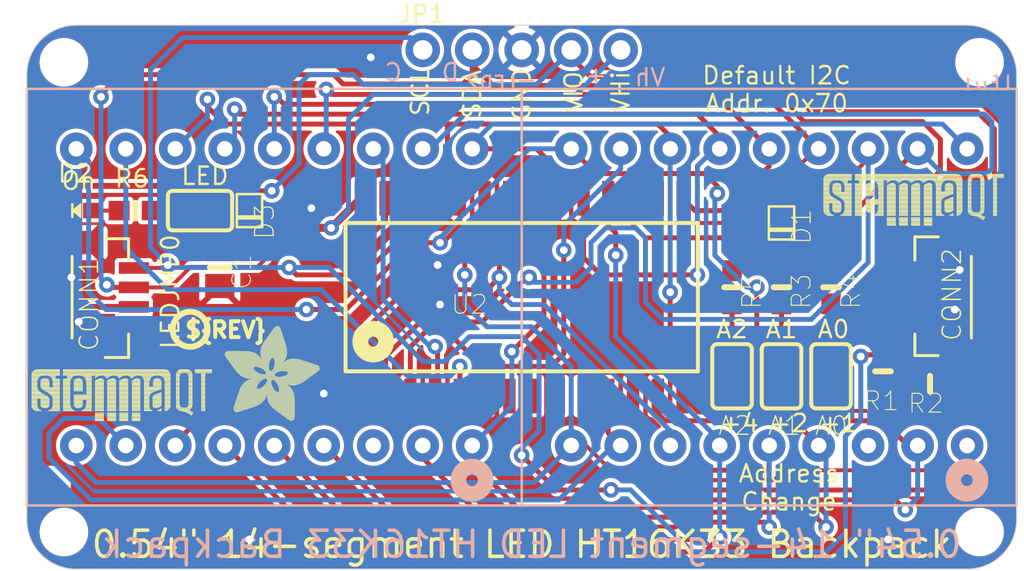
<source format=kicad_pcb>
(kicad_pcb (version 20221018) (generator pcbnew)
  (layers (0 "F.Cu" signal) (1 "In1.Cu" signal) (2 "In2.Cu" signal) (3 "In3.Cu" signal) (4 "In4.Cu" signal) (5 "In5.Cu" signal) (6 "In6.Cu" signal) (7 "In7.Cu" signal) (8 "In8.Cu" signal) (9 "In9.Cu" signal) (10 "In10.Cu" signal) (11 "In11.Cu" signal) (12 "In12.Cu" signal) (13 "In13.Cu" signal) (14 "In14.Cu" signal) (31 "B.Cu" signal) (34 "B.Paste" user) (35 "F.Paste" user) (36 "B.SilkS" user "B.Silkscreen") (37 "F.SilkS" user "F.Silkscreen") (38 "B.Mask" user) (39 "F.Mask" user) (44 "Edge.Cuts" user))
  (net 0 "")
  (net 1 "GND")
  (net 2 "N$19")
  (net 3 "N$20")
  (net 4 "A1")
  (net 5 "COM0")
  (net 6 "N$10")
  (net 7 "N$11")
  (net 8 "N$12")
  (net 9 "N$13")
  (net 10 "N$16")
  (net 11 "A0")
  (net 12 "A2")
  (net 13 "SDA")
  (net 14 "SCL")
  (net 15 "N$1")
  (net 16 "N$7")
  (net 17 "N$4")
  (net 18 "N$5")
  (net 19 "N$6")
  (net 20 "N$8")
  (net 21 "N$9")
  (net 22 "N$14")
  (net 23 "N$15")
  (net 24 "COM1")
  (net 25 "COM2")
  (net 26 "COM3")
  (net 27 "VDDIO")
  (net 28 "N$3")
  (net 29 "N$17")
  (net 30 "V+")
  (footprint "" (layer "F.Cu") (at 125.0061 92.9386)
    (fp_text reference "@HOLE2" hide)
    (fp_text value "")
  )
  (footprint "working:SOD-323F" (layer "F.Cu") (at 161.8361 101.1936 -90)
    (fp_text reference "D1")
    (fp_text value "CUS530")
  )
  (footprint "" (layer "F.Cu") (at 171.9961 92.9386)
    (fp_text reference "@HOLE3" hide)
    (fp_text value "")
  )
  (footprint "working:SOLDERJUMPER_CLOSEDWIRE" (layer "F.Cu") (at 131.9911 100.5586 180)
    (fp_text reference "LEDJMP0")
    (fp_text value "")
  )
  (footprint "working:SOP28_300MIL_SKINNY" (layer "F.Cu") (at 148.5011 105.0036)
    (fp_text reference "U2")
    (fp_text value "HT16K33")
  )
  (footprint "working:PCBFEAT-REV-040" (layer "F.Cu") (at 131.4831 106.6546)
    (fp_text reference "U$8" hide)
    (fp_text value "" hide)
  )
  (footprint "working:0603-NO" (layer "F.Cu") (at 164.3761 104.4956 -90)
    (fp_text reference "R4")
    (fp_text value "47K")
  )
  (footprint "working:0603-NO" (layer "F.Cu") (at 128.6891 100.5586 180)
    (fp_text reference "R6")
    (fp_text value "47K")
  )
  (footprint "working:JST_SH4_RA" (layer "F.Cu") (at 126.9111 105.0036 -90)
    (fp_text reference "CONN1")
    (fp_text value "STEMMA_I2C_QTRA" hide)
  )
  (footprint "working:0603-NO" (layer "F.Cu") (at 167.0431 108.8136 90)
    (fp_text reference "R1")
    (fp_text value "10K")
  )
  (footprint "working:0805-NO" (layer "F.Cu") (at 133.0071 103.4796 -90)
    (fp_text reference "C1")
    (fp_text value "10uF")
  )
  (footprint "working:SOLDERJUMPER_REFLOW_NOPASTE" (layer "F.Cu") (at 161.8361 109.0676 -90)
    (fp_text reference "A1")
    (fp_text value "" hide)
  )
  (footprint "working:JST_SH4_RA" (layer "F.Cu") (at 170.0911 105.0036 90)
    (fp_text reference "CONN2")
    (fp_text value "STEMMA_I2C_QTRA" hide)
  )
  (footprint "working:0603-NO" (layer "F.Cu") (at 159.2961 104.4956 -90)
    (fp_text reference "R5")
    (fp_text value "47K")
  )
  (footprint "working:1X05_ROUND_70" (layer "F.Cu") (at 148.5011 92.3036)
    (fp_text reference "JP1")
    (fp_text value "")
  )
  (footprint "working:0603-NO" (layer "F.Cu") (at 161.8361 104.4956 -90)
    (fp_text reference "R3")
    (fp_text value "47K")
  )
  (footprint "working:FIDUCIAL_1MM" (layer "F.Cu") (at 167.5511 94.2086)
    (fp_text reference "U$1" hide)
    (fp_text value "FIDUCIAL" hide)
  )
  (footprint "working:SOD-323F" (layer "F.Cu") (at 134.5311 100.5586 -90)
    (fp_text reference "D3")
    (fp_text value "CUS530")
  )
  (footprint "working:STEMMAQT" (layer "F.Cu") (at 163.9951 101.3206)
    (fp_text reference "U$7" hide)
    (fp_text value "" hide)
  )
  (footprint "working:CHIPLED_0603_NOOUTLINE" (layer "F.Cu") (at 125.6411 100.5586 90)
    (fp_text reference "D2")
    (fp_text value "GREEN")
  )
  (footprint "working:FIDUCIAL_1MM" (layer "F.Cu") (at 124.3711 114.6556)
    (fp_text reference "U$2" hide)
    (fp_text value "FIDUCIAL" hide)
  )
  (footprint "" (layer "F.Cu") (at 125.0061 117.0686)
    (fp_text reference "@HOLE0" hide)
    (fp_text value "")
  )
  (footprint "working:SOLDERJUMPER_REFLOW_NOPASTE" (layer "F.Cu") (at 164.3761 109.0676 -90)
    (fp_text reference "A0")
    (fp_text value "" hide)
  )
  (footprint "working:SOLDERJUMPER_REFLOW_NOPASTE" (layer "F.Cu") (at 159.2961 109.0676 -90)
    (fp_text reference "A2")
    (fp_text value "" hide)
  )
  (footprint "working:0603-NO" (layer "F.Cu") (at 169.4561 109.4486 180)
    (fp_text reference "R2")
    (fp_text value "10K")
  )
  (footprint "working:ADAFRUIT_5MM" (layer "F.Cu") (at 133.2611 111.3536)
    (fp_text reference "U$3" hide)
    (fp_text value "" hide)
  )
  (footprint "" (layer "F.Cu") (at 171.9961 117.0686)
    (fp_text reference "@HOLE1" hide)
    (fp_text value "")
  )
  (footprint "working:STEMMAQT" (layer "F.Cu") (at 123.3551 111.3536)
    (fp_text reference "U$6" hide)
    (fp_text value "" hide)
  )
  (footprint "working:SEGMENT_STARTBUST_DUAL_KWA-541CBB" (layer "B.Cu") (at 135.8011 105.0036 180)
    (fp_text reference "LED2")
    (fp_text value "")
  )
  (footprint "working:SEGMENT_STARTBUST_DUAL_KWA-541CBB" (layer "B.Cu") (at 161.2011 105.0036 180)
    (fp_text reference "LED1")
    (fp_text value "")
  )
  (gr_line (start 125.6411 118.9736) (end 171.3611 118.9736) (stroke (width 0.05)) (layer "Edge.Cuts"))
  (gr_arc (start 125.6411 118.9736) (mid 123.845049 118.229651) (end 123.1011 116.4336) (stroke (width 0.05)) (layer "Edge.Cuts"))
  (gr_arc (start 123.1011 93.5736) (mid 123.845049 91.777549) (end 125.6411 91.0336) (stroke (width 0.05)) (layer "Edge.Cuts"))
  (gr_arc (start 171.3611 91.0336) (mid 173.157151 91.777549) (end 173.9011 93.5736) (stroke (width 0.05)) (layer "Edge.Cuts"))
  (gr_line (start 123.1011 93.5736) (end 123.1011 116.4336) (stroke (width 0.05)) (layer "Edge.Cuts"))
  (gr_arc (start 173.9011 116.4336) (mid 173.157151 118.229651) (end 171.3611 118.9736) (stroke (width 0.05)) (layer "Edge.Cuts"))
  (gr_line (start 173.9011 116.4336) (end 173.9011 93.5736) (stroke (width 0.05)) (layer "Edge.Cuts"))
  (gr_line (start 171.3611 91.0336) (end 125.6411 91.0336) (stroke (width 0.05)) (layer "Edge.Cuts"))
  (gr_text "0.54\" 14-segment LED HT16K33 Backpack " (at 148.5011 117.7036) (layer "B.SilkS") (effects (font (size 1.34112 1.34112) (thickness 0.18288)) (justify mirror)))
  (gr_text "D" (at 144.3101 92.9386) (layer "B.SilkS") (effects (font (size 0.89408 0.89408) (thickness 0.12192)) (justify right top mirror)))
  (gr_text "+" (at 151.6761 93.0656) (layer "B.SilkS") (effects (font (size 0.89408 0.89408) (thickness 0.12192)) (justify right top mirror)))
  (gr_text "-" (at 148.1201 93.3196) (layer "B.SilkS") (effects (font (size 0.89408 0.89408) (thickness 0.12192)) (justify right top mirror)))
  (gr_text "Vh" (at 154.2161 93.1926) (layer "B.SilkS") (effects (font (size 0.89408 0.89408) (thickness 0.12192)) (justify right top mirror)))
  (gr_text "C" (at 141.3891 92.9386) (layer "B.SilkS") (effects (font (size 0.89408 0.89408) (thickness 0.12192)) (justify right top mirror)))
  (gr_text "A0" (at 164.5031 106.6546) (layer "F.SilkS") (effects (font (size 0.89408 0.89408) (thickness 0.12192))))
  (gr_text "+2" (at 162.2171 111.4806) (layer "F.SilkS") (effects (font (size 0.89408 0.89408) (thickness 0.12192))))
  (gr_text "A1" (at 161.8361 106.6546) (layer "F.SilkS") (effects (font (size 0.89408 0.89408) (thickness 0.12192))))
  (gr_text "0.54\" 14-segment LED HT16K33 Backpack" (at 148.5011 117.7036) (layer "F.SilkS") (effects (font (size 1.34112 1.34112) (thickness 0.18288))))
  (gr_text "A2" (at 159.2961 106.6546) (layer "F.SilkS") (effects (font (size 0.89408 0.89408) (thickness 0.12192))))
  (gr_text "Default I2C\nAddr. 0x70" (at 161.5821 94.3356) (layer "F.SilkS") (effects (font (size 0.89408 0.89408) (thickness 0.12192))))
  (gr_text "SCL" (at 143.2941 94.4626 90) (layer "F.SilkS") (effects (font (size 0.89408 0.89408) (thickness 0.12192))))
  (gr_text "SDA" (at 145.9611 94.5896 90) (layer "F.SilkS") (effects (font (size 0.89408 0.89408) (thickness 0.12192))))
  (gr_text "Address\nChange" (at 162.2171 114.7826) (layer "F.SilkS") (effects (font (size 0.89408 0.89408) (thickness 0.12192))))
  (gr_text "GND" (at 148.5011 94.5896 90) (layer "F.SilkS") (effects (font (size 0.89408 0.89408) (thickness 0.12192))))
  (gr_text "+4" (at 159.6771 111.4806) (layer "F.SilkS") (effects (font (size 0.89408 0.89408) (thickness 0.12192))))
  (gr_text "LED" (at 132.2451 98.7806) (layer "F.SilkS") (effects (font (size 0.89408 0.89408) (thickness 0.12192))))
  (gr_text "VIO" (at 151.1681 94.4626 90) (layer "F.SilkS") (effects (font (size 0.89408 0.89408) (thickness 0.12192))))
  (gr_text "+1" (at 164.7571 111.4806) (layer "F.SilkS") (effects (font (size 0.89408 0.89408) (thickness 0.12192))))
  (gr_text "VHi" (at 153.5811 94.4626 90) (layer "F.SilkS") (effects (font (size 0.89408 0.89408) (thickness 0.12192))))
  (gr_text "On" (at 125.7681 99.0346) (layer "F.SilkS") (effects (font (size 0.89408 0.89408) (thickness 0.12192))))
  (segment (start 140.2461 110.0836) (end 140.2461 109.9566) (width 0.254) (layer "F.Cu") (net 1))
  (segment (start 140.2461 109.9566) (end 138.3411 109.9566) (width 0.254) (layer "F.Cu") (net 1))
  (via (at 134.5311 117.4496) (size 0.8064) (drill 0.4) (layers "F.Cu" "B.Cu") (net 1))
  (via (at 125.3871 103.9876) (size 0.8064) (drill 0.4) (layers "F.Cu" "B.Cu") (net 1))
  (via (at 125.7681 106.2736) (size 0.8064) (drill 0.4) (layers "F.Cu" "B.Cu") (net 1))
  (via (at 170.9801 103.6066) (size 0.8064) (drill 0.4) (layers "F.Cu" "B.Cu") (net 1))
  (via (at 144.1831 103.3526) (size 0.8064) (drill 0.4) (layers "F.Cu" "B.Cu") (net 1))
  (via (at 167.2971 117.4496) (size 0.8064) (drill 0.4) (layers "F.Cu" "B.Cu") (net 1))
  (via (at 144.3101 105.3846) (size 0.8064) (drill 0.4) (layers "F.Cu" "B.Cu") (net 1))
  (via (at 140.7541 92.6846) (size 0.8001) (drill 0.3937) (layers "F.Cu" "B.Cu") (net 1))
  (via (at 137.7061 100.4316) (size 0.8001) (drill 0.3937) (layers "F.Cu" "B.Cu") (net 1))
  (via (at 170.7261 105.6386) (size 0.8064) (drill 0.4) (layers "F.Cu" "B.Cu") (net 1))
  (via (at 138.3411 109.9566) (size 0.8001) (drill 0.3937) (layers "F.Cu" "B.Cu") (net 1))
  (segment (start 161.8361 108.3056) (end 161.8361 105.3456) (width 0.254) (layer "F.Cu") (net 2))
  (segment (start 164.3761 108.3056) (end 164.3761 105.3456) (width 0.254) (layer "F.Cu") (net 3))
  (segment (start 158.539587 99.294088) (end 158.539587 99.675088) (width 0.254) (layer "F.Cu") (net 4))
  (segment (start 160.5661 109.4486) (end 160.9471 109.8296) (width 0.254) (layer "F.Cu") (net 4))
  (segment (start 144.3101 102.2096) (end 144.4371 102.2096) (width 0.254) (layer "F.Cu") (net 4))
  (segment (start 151.0411 97.3836) (end 152.3111 98.6536) (width 0.254) (layer "F.Cu") (net 4))
  (segment (start 139.4841 105.6386) (end 137.4521 105.6386) (width 0.254) (layer "F.Cu") (net 4))
  (segment (start 142.9131 102.2096) (end 139.4841 105.6386) (width 0.254) (layer "F.Cu") (net 4))
  (segment (start 160.5661 104.4956) (end 160.5661 109.4486) (width 0.254) (layer "F.Cu") (net 4))
  (segment (start 160.9471 109.8296) (end 161.8361 109.8296) (width 0.254) (layer "F.Cu") (net 4))
  (segment (start 144.3101 102.2096) (end 142.9131 102.2096) (width 0.254) (layer "F.Cu") (net 4))
  (segment (start 145.3261 101.3206) (end 145.3261 99.9236) (width 0.254) (layer "F.Cu") (net 4))
  (segment (start 158.539587 99.294088) (end 157.8991 98.6536) (width 0.254) (layer "F.Cu") (net 4))
  (segment (start 152.3111 98.6536) (end 157.8991 98.6536) (width 0.254) (layer "F.Cu") (net 4))
  (segment (start 145.3261 101.3206) (end 144.4371 102.2096) (width 0.254) (layer "F.Cu") (net 4))
  (via (at 160.5661 104.4956) (size 0.8064) (drill 0.4) (layers "F.Cu" "B.Cu") (net 4))
  (via (at 144.3101 102.2096) (size 0.8001) (drill 0.3937) (layers "F.Cu" "B.Cu") (net 4))
  (via (at 137.4521 105.6386) (size 0.8001) (drill 0.3937) (layers "F.Cu" "B.Cu") (net 4))
  (via (at 158.539587 99.675088) (size 0.8064) (drill 0.4) (layers "F.Cu" "B.Cu") (net 4))
  (segment (start 148.8821 97.3836) (end 144.3101 101.9556) (width 0.254) (layer "B.Cu") (net 4))
  (segment (start 137.4521 105.6386) (end 127.1651 105.6386) (width 0.254) (layer "B.Cu") (net 4))
  (segment (start 144.3101 101.9556) (end 144.3101 102.2096) (width 0.254) (layer "B.Cu") (net 4))
  (segment (start 158.412587 99.802088) (end 158.412587 102.850088) (width 0.254) (layer "B.Cu") (net 4))
  (segment (start 126.2761 98.0186) (end 125.6411 97.3836) (width 0.254) (layer "B.Cu") (net 4))
  (segment (start 126.2761 98.0186) (end 126.2761 104.7496) (width 0.254) (layer "B.Cu") (net 4))
  (segment (start 158.539587 99.675088) (end 158.412587 99.802088) (width 0.254) (layer "B.Cu") (net 4))
  (segment (start 127.1651 105.6386) (end 126.2761 104.7496) (width 0.254) (layer "B.Cu") (net 4))
  (segment (start 151.0411 97.3836) (end 148.8821 97.3836) (width 0.254) (layer "B.Cu") (net 4))
  (segment (start 160.5661 104.4956) (end 160.0581 104.4956) (width 0.254) (layer "B.Cu") (net 4))
  (segment (start 160.0581 104.4956) (end 158.412587 102.850088) (width 0.254) (layer "B.Cu") (net 4))
  (segment (start 141.5161 110.0836) (end 141.5161 108.0516) (width 0.254) (layer "F.Cu") (net 5))
  (segment (start 143.2941 106.2736) (end 146.4691 106.2736) (width 0.254) (layer "F.Cu") (net 5))
  (segment (start 166.2811 97.8916) (end 163.9791 100.1936) (width 0.2032) (layer "F.Cu") (net 5))
  (segment (start 163.9791 100.1936) (end 161.8361 100.1936) (width 0.2032) (layer "F.Cu") (net 5))
  (segment (start 141.5161 108.0516) (end 143.2941 106.2736) (width 0.254) (layer "F.Cu") (net 5))
  (segment (start 146.4691 106.2736) (end 148.7551 103.9876) (width 0.254) (layer "F.Cu") (net 5))
  (segment (start 166.2811 97.3836) (end 166.2811 97.8916) (width 0.2032) (layer "F.Cu") (net 5))
  (segment (start 148.7551 103.9876) (end 148.8821 103.9876) (width 0.254) (layer "F.Cu") (net 5))
  (via (at 148.8821 103.9876) (size 0.8064) (drill 0.4) (layers "F.Cu" "B.Cu") (net 5))
  (segment (start 155.7401 106.1466) (end 154.8511 105.2576) (width 0.254) (layer "B.Cu") (net 5))
  (segment (start 166.2811 103.2256) (end 163.3601 106.1466) (width 0.254) (layer "B.Cu") (net 5))
  (segment (start 166.2811 97.3836) (end 166.2811 103.2256) (width 0.254) (layer "B.Cu") (net 5))
  (segment (start 152.0571 102.2096) (end 152.0571 103.4796) (width 0.254) (layer "B.Cu") (net 5))
  (segment (start 151.2951 104.2416) (end 152.0571 103.4796) (width 0.254) (layer "B.Cu") (net 5))
  (segment (start 152.8191 101.4476) (end 152.0571 102.2096) (width 0.254) (layer "B.Cu") (net 5))
  (segment (start 154.3431 101.4476) (end 152.8191 101.4476) (width 0.254) (layer "B.Cu") (net 5))
  (segment (start 154.8511 101.9556) (end 154.3431 101.4476) (width 0.254) (layer "B.Cu") (net 5))
  (segment (start 154.8511 105.2576) (end 154.8511 101.9556) (width 0.254) (layer "B.Cu") (net 5))
  (segment (start 149.1361 104.2416) (end 151.2951 104.2416) (width 0.254) (layer "B.Cu") (net 5))
  (segment (start 148.8821 103.9876) (end 149.1361 104.2416) (width 0.254) (layer "B.Cu") (net 5))
  (segment (start 163.3601 106.1466) (end 155.7401 106.1466) (width 0.254) (layer "B.Cu") (net 5))
  (segment (start 134.9121 108.3056) (end 130.7211 112.4966) (width 0.254) (layer "F.Cu") (net 6))
  (segment (start 147.3581 103.9876) (end 146.7231 104.6226) (width 0.254) (layer "F.Cu") (net 6))
  (segment (start 147.8661 99.9236) (end 147.8661 101.8286) (width 0.254) (layer "F.Cu") (net 6))
  (segment (start 147.3581 102.3366) (end 147.3581 103.9876) (width 0.254) (layer "F.Cu") (net 6))
  (segment (start 138.8491 108.3056) (end 134.9121 108.3056) (width 0.254) (layer "F.Cu") (net 6))
  (segment (start 142.5321 104.6226) (end 138.8491 108.3056) (width 0.254) (layer "F.Cu") (net 6))
  (segment (start 142.5321 104.6226) (end 146.7231 104.6226) (width 0.254) (layer "F.Cu") (net 6))
  (segment (start 147.8661 101.8286) (end 147.3581 102.3366) (width 0.254) (layer "F.Cu") (net 6))
  (segment (start 130.7211 112.4966) (end 130.7211 112.6236) (width 0.254) (layer "F.Cu") (net 6))
  (via (at 147.3581 103.9876) (size 0.8001) (drill 0.3937) (layers "F.Cu" "B.Cu") (net 6))
  (segment (start 147.3581 104.7496) (end 147.3581 103.9876) (width 0.254) (layer "B.Cu") (net 6))
  (segment (start 156.1211 111.8616) (end 149.6441 105.3846) (width 0.254) (layer "B.Cu") (net 6))
  (segment (start 156.1211 112.6236) (end 156.1211 111.8616) (width 0.254) (layer "B.Cu") (net 6))
  (segment (start 147.9931 105.3846) (end 147.3581 104.7496) (width 0.254) (layer "B.Cu") (net 6))
  (segment (start 149.6441 105.3846) (end 147.9931 105.3846) (width 0.254) (layer "B.Cu") (net 6))
  (segment (start 145.9611 112.6236) (end 145.9611 113.5126) (width 0.254) (layer "F.Cu") (net 7))
  (segment (start 155.9941 115.7986) (end 156.8831 114.9096) (width 0.254) (layer "F.Cu") (net 7))
  (segment (start 148.2471 115.7986) (end 155.9941 115.7986) (width 0.254) (layer "F.Cu") (net 7))
  (segment (start 149.6441 103.2256) (end 149.6441 106.1466) (width 0.254) (layer "F.Cu") (net 7))
  (segment (start 149.6441 103.2256) (end 149.1361 102.7176) (width 0.254) (layer "F.Cu") (net 7))
  (segment (start 171.3611 113.7666) (end 171.3611 112.6236) (width 0.254) (layer "F.Cu") (net 7))
  (segment (start 170.2181 114.9096) (end 156.8831 114.9096) (width 0.254) (layer "F.Cu") (net 7))
  (segment (start 148.2471 115.7986) (end 145.9611 113.5126) (width 0.254) (layer "F.Cu") (net 7))
  (segment (start 149.1361 99.9236) (end 149.1361 102.7176) (width 0.254) (layer "F.Cu") (net 7))
  (segment (start 149.6441 106.1466) (end 147.9931 107.7976) (width 0.254) (layer "F.Cu") (net 7))
  (segment (start 171.3611 113.7666) (end 170.2181 114.9096) (width 0.254) (layer "F.Cu") (net 7))
  (via (at 147.9931 107.7976) (size 0.8001) (drill 0.3937) (layers "F.Cu" "B.Cu") (net 7))
  (segment (start 147.9931 107.7976) (end 147.9931 110.5916) (width 0.254) (layer "B.Cu") (net 7))
  (segment (start 147.9931 110.5916) (end 145.9611 112.6236) (width 0.254) (layer "B.Cu") (net 7))
  (segment (start 149.2631 97.3836) (end 150.4061 98.5266) (width 0.254) (layer "F.Cu") (net 8))
  (segment (start 150.4061 98.5266) (end 150.4061 99.9236) (width 0.254) (layer "F.Cu") (net 8))
  (segment (start 145.9611 97.3836) (end 149.2631 97.3836) (width 0.254) (layer "F.Cu") (net 8))
  (segment (start 145.9611 97.1296) (end 145.9611 97.3836) (width 0.254) (layer "B.Cu") (net 8))
  (segment (start 146.9771 96.1136) (end 145.9611 97.1296) (width 0.254) (layer "B.Cu") (net 8))
  (segment (start 171.3611 97.3836) (end 170.0911 96.1136) (width 0.254) (layer "B.Cu") (net 8))
  (segment (start 170.0911 96.1136) (end 146.9771 96.1136) (width 0.254) (layer "B.Cu") (net 8))
  (segment (start 134.0231 95.6056) (end 157.5181 95.6056) (width 0.254) (layer "F.Cu") (net 9))
  (segment (start 151.6761 102.9716) (end 151.6761 99.9236) (width 0.254) (layer "F.Cu") (net 9))
  (segment (start 133.7691 95.3516) (end 134.0231 95.6056) (width 0.254) (layer "F.Cu") (net 9))
  (segment (start 157.5181 95.6056) (end 158.6611 96.7486) (width 0.254) (layer "F.Cu") (net 9))
  (segment (start 152.5651 103.8606) (end 151.6761 102.9716) (width 0.254) (layer "F.Cu") (net 9))
  (segment (start 158.6611 96.7486) (end 158.6611 97.3836) (width 0.254) (layer "F.Cu") (net 9))
  (segment (start 157.5181 103.8606) (end 152.5651 103.8606) (width 0.254) (layer "F.Cu") (net 9))
  (via (at 157.5181 103.8606) (size 0.8001) (drill 0.3937) (layers "F.Cu" "B.Cu") (net 9))
  (via (at 133.7691 95.3516) (size 0.8001) (drill 0.3937) (layers "F.Cu" "B.Cu") (net 9))
  (segment (start 158.6611 97.3836) (end 158.4071 97.3836) (width 0.254) (layer "B.Cu") (net 9))
  (segment (start 133.2611 97.3836) (end 133.7691 96.8756) (width 0.254) (layer "B.Cu") (net 9))
  (segment (start 157.5181 98.2726) (end 157.5181 103.8606) (width 0.254) (layer "B.Cu") (net 9))
  (segment (start 133.7691 95.3516) (end 133.7691 96.8756) (width 0.254) (layer "B.Cu") (net 9))
  (segment (start 158.4071 97.3836) (end 157.5181 98.2726) (width 0.254) (layer "B.Cu") (net 9))
  (segment (start 153.3271 101.7016) (end 152.9461 101.3206) (width 0.254) (layer "F.Cu") (net 10))
  (segment (start 152.9461 101.3206) (end 152.9461 99.9236) (width 0.254) (layer "F.Cu") (net 10))
  (segment (start 158.6611 117.3226) (end 157.8991 118.0846) (width 0.254) (layer "F.Cu") (net 10))
  (segment (start 157.8991 118.0846) (end 138.7221 118.0846) (width 0.254) (layer "F.Cu") (net 10))
  (segment (start 153.3271 101.7016) (end 153.3271 102.8446) (width 0.254) (layer "F.Cu") (net 10))
  (segment (start 133.2611 112.6236) (end 138.7221 118.0846) (width 0.254) (layer "F.Cu") (net 10))
  (via (at 158.6611 117.3226) (size 0.8001) (drill 0.3937) (layers "F.Cu" "B.Cu") (net 10))
  (via (at 153.3271 102.8446) (size 0.8001) (drill 0.3937) (layers "F.Cu" "B.Cu") (net 10))
  (segment (start 158.6611 112.6236) (end 158.6611 112.3696) (width 0.254) (layer "B.Cu") (net 10))
  (segment (start 153.3271 102.8446) (end 153.3271 107.0356) (width 0.254) (layer "B.Cu") (net 10))
  (segment (start 158.6611 112.3696) (end 153.3271 107.0356) (width 0.254) (layer "B.Cu") (net 10))
  (segment (start 158.6611 117.3226) (end 158.6611 112.6236) (width 0.254) (layer "B.Cu") (net 10))
  (segment (start 161.4551 114.4016) (end 161.9631 113.8936) (width 0.2032) (layer "F.Cu") (net 11))
  (segment (start 170.0911 112.1156) (end 169.2021 111.2266) (width 0.2032) (layer "F.Cu") (net 11))
  (segment (start 164.3761 109.8296) (end 165.3921 110.8456) (width 0.2032) (layer "F.Cu") (net 11))
  (segment (start 153.5811 114.4016) (end 161.4551 114.4016) (width 0.2032) (layer "F.Cu") (net 11))
  (segment (start 161.9631 113.8936) (end 169.7101 113.8936) (width 0.2032) (layer "F.Cu") (net 11))
  (segment (start 145.5801 103.8606) (end 145.5801 102.3366) (width 0.254) (layer "F.Cu") (net 11))
  (segment (start 146.5961 101.3206) (end 145.5801 102.3366) (width 0.254) (layer "F.Cu") (net 11))
  (segment (start 165.3921 110.8456) (end 167.614437 110.8456) (width 0.2032) (layer "F.Cu") (net 11))
  (segment (start 153.5811 114.4016) (end 151.8031 112.6236) (width 0.2032) (layer "F.Cu") (net 11))
  (segment (start 167.614437 110.8456) (end 167.995437 111.2266) (width 0.2032) (layer "F.Cu") (net 11))
  (segment (start 151.0411 112.6236) (end 151.8031 112.6236) (width 0.2032) (layer "F.Cu") (net 11))
  (segment (start 167.995437 111.2266) (end 169.2021 111.2266) (width 0.2032) (layer "F.Cu") (net 11))
  (segment (start 146.5961 99.9236) (end 146.5961 101.3206) (width 0.254) (layer "F.Cu") (net 11))
  (segment (start 169.7101 113.8936) (end 170.0911 113.5126) (width 0.2032) (layer "F.Cu") (net 11))
  (segment (start 170.0911 113.5126) (end 170.0911 112.1156) (width 0.2032) (layer "F.Cu") (net 11))
  (via (at 145.5801 103.8606) (size 0.8001) (drill 0.3937) (layers "F.Cu" "B.Cu") (net 11))
  (segment (start 151.0411 112.6236) (end 151.0411 108.5596) (width 0.254) (layer "B.Cu") (net 11))
  (segment (start 149.0091 106.5276) (end 146.7231 106.5276) (width 0.254) (layer "B.Cu") (net 11))
  (segment (start 145.5801 105.3846) (end 145.5801 103.8606) (width 0.254) (layer "B.Cu") (net 11))
  (segment (start 149.1361 114.5286) (end 126.6571 114.5286) (width 0.254) (layer "B.Cu") (net 11))
  (segment (start 126.6571 114.5286) (end 125.6411 113.5126) (width 0.254) (layer "B.Cu") (net 11))
  (segment (start 151.0411 112.6236) (end 149.1361 114.5286) (width 0.254) (layer "B.Cu") (net 11))
  (segment (start 125.6411 113.5126) (end 125.6411 112.6236) (width 0.254) (layer "B.Cu") (net 11))
  (segment (start 146.7231 106.5276) (end 145.5801 105.3846) (width 0.254) (layer "B.Cu") (net 11))
  (segment (start 151.0411 108.5596) (end 149.0091 106.5276) (width 0.254) (layer "B.Cu") (net 11))
  (segment (start 133.2611 96.1136) (end 132.3721 95.2246) (width 0.254) (layer "F.Cu") (net 12))
  (segment (start 144.6911 96.1136) (end 155.4861 96.1136) (width 0.254) (layer "F.Cu") (net 12))
  (segment (start 133.2611 96.1136) (end 144.6911 96.1136) (width 0.254) (layer "F.Cu") (net 12))
  (segment (start 144.0561 99.9236) (end 144.0561 98.6536) (width 0.254) (layer "F.Cu") (net 12))
  (segment (start 156.1211 96.7486) (end 156.1211 97.3836) (width 0.254) (layer "F.Cu") (net 12))
  (segment (start 132.3721 94.8436) (end 132.3721 95.2246) (width 0.254) (layer "F.Cu") (net 12))
  (segment (start 159.2961 109.8296) (end 158.968825 109.8296) (width 0.254) (layer "F.Cu") (net 12))
  (segment (start 158.968825 109.8296) (end 156.1211 106.981875) (width 0.254) (layer "F.Cu") (net 12))
  (segment (start 144.6911 98.0186) (end 144.6911 96.1136) (width 0.254) (layer "F.Cu") (net 12))
  (segment (start 144.0561 98.6536) (end 144.6911 98.0186) (width 0.254) (layer "F.Cu") (net 12))
  (segment (start 155.4861 96.1136) (end 156.1211 96.7486) (width 0.254) (layer "F.Cu") (net 12))
  (segment (start 156.1211 106.981875) (end 156.1211 104.7496) (width 0.254) (layer "F.Cu") (net 12))
  (via (at 156.1211 104.7496) (size 0.8064) (drill 0.4) (layers "F.Cu" "B.Cu") (net 12))
  (via (at 132.3721 94.8436) (size 0.8001) (drill 0.3937) (layers "F.Cu" "B.Cu") (net 12))
  (segment (start 132.3721 94.8436) (end 132.3721 95.7326) (width 0.254) (layer "B.Cu") (net 12))
  (segment (start 130.7211 97.3836) (end 132.3721 95.7326) (width 0.254) (layer "B.Cu") (net 12))
  (segment (start 156.1211 104.7496) (end 156.1211 97.3836) (width 0.254) (layer "B.Cu") (net 12))
  (segment (start 162.990681 95.9866) (end 169.076468 95.9866) (width 0.254) (layer "F.Cu") (net 13))
  (segment (start 134.9373 103.4544) (end 135.74395 102.64775) (width 0.2032) (layer "F.Cu") (net 13))
  (segment (start 166.7891 101.7016) (end 166.7891 105.1306) (width 0.254) (layer "F.Cu") (net 13))
  (segment (start 167.1621 105.5036) (end 168.4051 105.5036) (width 0.254) (layer "F.Cu") (net 13))
  (segment (start 128.5971 104.5036) (end 130.4591 104.5036) (width 0.2032) (layer "F.Cu") (net 13))
  (segment (start 169.0671 105.5036) (end 168.4051 105.5036) (width 0.254) (layer "F.Cu") (net 13))
  (segment (start 145.8341 92.9386) (end 145.8341 92.4306) (width 0.254) (layer "F.Cu") (net 13))
  (segment (start 139.3317 94.0562) (end 138.8491 93.5736) (width 0.254) (layer "F.Cu") (net 13))
  (segment (start 141.5161 101.0666) (end 141.5161 99.9236) (width 0.254) (layer "F.Cu") (net 13))
  (segment (start 145.9611 92.3036) (end 145.8341 92.4306) (width 0.254) (layer "F.Cu") (net 13))
  (segment (start 145.9611 93.5736) (end 145.4785 94.0562) (width 0.254) (layer "F.Cu") (net 13))
  (segment (start 169.7101 107.0356) (end 169.7101 106.1466) (width 0.254) (layer "F.Cu") (net 13))
  (segment (start 161.136481 94.1324) (end 162.990681 95.9866) (width 0.254) (layer "F.Cu") (net 13))
  (segment (start 147.0279 94.1324) (end 145.8341 92.9386) (width 0.254) (layer "F.Cu") (net 13))
  (segment (start 126.9111 94.5896) (end 127.9271 93.5736) (width 0.254) (layer "F.Cu") (net 13))
  (segment (start 168.6061 109.4486) (end 168.6061 108.1396) (width 0.254) (layer "F.Cu") (net 13))
  (segment (start 128.5971 104.5036) (end 127.3477 104.5036) (width 0.254) (layer "F.Cu") (net 13))
  (segment (start 138.8491 93.5736) (end 127.9271 93.5736) (width 0.254) (layer "F.Cu") (net 13))
  (segment (start 161.136481 94.1324) (end 147.0279 94.1324) (width 0.254) (layer "F.Cu") (net 13))
  (segment (start 168.6061 108.1396) (end 169.7101 107.0356) (width 0.254) (layer "F.Cu") (net 13))
  (segment (start 166.7891 105.1306) (end 167.1621 105.5036) (width 0.254) (layer "F.Cu") (net 13))
  (segment (start 135.74395 102.64775) (end 139.93495 102.64775) (width 0.254) (layer "F.Cu") (net 13))
  (segment (start 169.9895 96.899632) (end 169.9895 98.5012) (width 0.254) (layer "F.Cu") (net 13))
  (segment (start 169.7101 106.1466) (end 169.0671 105.5036) (width 0.254) (layer "F.Cu") (net 13))
  (segment (start 130.4591 104.5036) (end 131.5083 103.4544) (width 0.2032) (layer "F.Cu") (net 13))
  (segment (start 127.3477 104.5036) (end 127.2127 104.3686) (width 0.254) (layer "F.Cu") (net 13))
  (segment (start 131.5083 103.4544) (end 134.9373 103.4544) (width 0.2032) (layer "F.Cu") (net 13))
  (segment (start 145.9611 92.3036) (end 145.9611 93.5736) (width 0.254) (layer "F.Cu") (net 13))
  (segment (start 169.9895 98.5012) (end 166.7891 101.7016) (width 0.254) (layer "F.Cu") (net 13))
  (segment (start 126.9111 94.7166) (end 126.9111 94.5896) (width 0.254) (layer "F.Cu") (net 13))
  (segment (start 169.076468 95.9866) (end 169.9895 96.899632) (width 0.254) (layer "F.Cu") (net 13))
  (segment (start 139.93495 102.64775) (end 141.5161 101.0666) (width 0.254) (layer "F.Cu") (net 13))
  (segment (start 145.4785 94.0562) (end 139.3317 94.0562) (width 0.254) (layer "F.Cu") (net 13))
  (via (at 127.2127 104.3686) (size 0.8064) (drill 0.4) (layers "F.Cu" "B.Cu") (net 13))
  (via (at 126.9111 94.7166) (size 0.8064) (drill 0.4) (layers "F.Cu" "B.Cu") (net 13))
  (segment (start 127.2127 104.3686) (end 126.9111 104.067) (width 0.254) (layer "B.Cu") (net 13))
  (segment (start 126.9111 104.067) (end 126.9111 94.7166) (width 0.254) (layer "B.Cu") (net 13))
  (segment (start 136.5631 103.4796) (end 136.9441 103.8606) (width 0.254) (layer "F.Cu") (net 14))
  (segment (start 148.5011 113.1316) (end 150.2791 114.9096) (width 0.254) (layer "F.Cu") (net 14))
  (segment (start 142.7861 101.4476) (end 142.7861 99.9236) (width 0.254) (layer "F.Cu") (net 14))
  (segment (start 153.0731 114.9096) (end 153.080465 114.902234) (width 0.254) (layer "F.Cu") (net 14))
  (segment (start 167.0431 107.9636) (end 168.4051 106.6016) (width 0.254) (layer "F.Cu") (net 14))
  (segment (start 136.9441 103.8606) (end 140.3731 103.8606) (width 0.254) (layer "F.Cu") (net 14))
  (segment (start 168.4051 106.6016) (end 168.4051 106.5036) (width 0.254) (layer "F.Cu") (net 14))
  (segment (start 150.2791 114.9096) (end 153.0731 114.9096) (width 0.254) (layer "F.Cu") (net 14))
  (segment (start 130.1891 103.5036) (end 130.3401 103.3526) (width 0.2032) (layer "F.Cu") (net 14))
  (segment (start 128.5971 103.5036) (end 130.1891 103.5036) (width 0.2032) (layer "F.Cu") (net 14))
  (segment (start 167.0431 107.9636) (end 165.9881 107.9636) (width 0.254) (layer "F.Cu") (net 14))
  (segment (start 165.9881 107.9636) (end 165.9001 108.0516) (width 0.254) (layer "F.Cu") (net 14))
  (segment (start 140.3731 103.8606) (end 142.7861 101.4476) (width 0.254) (layer "F.Cu") (net 14))
  (via (at 136.5631 103.4796) (size 0.8001) (drill 0.3937) (layers "F.Cu" "B.Cu") (net 14))
  (via (at 130.3401 103.3526) (size 0.8064) (drill 0.4) (layers "F.Cu" "B.Cu") (net 14))
  (via (at 165.9001 108.0516) (size 0.8064) (drill 0.4) (layers "F.Cu" "B.Cu") (net 14))
  (via (at 153.080465 114.902234) (size 0.8064) (drill 0.4) (layers "F.Cu" "B.Cu") (net 14))
  (via (at 148.5011 113.1316) (size 0.8064) (drill 0.4) (layers "F.Cu" "B.Cu") (net 14))
  (segment (start 157.2641 118.0846) (end 154.081734 114.902234) (width 0.254) (layer "B.Cu") (net 14))
  (segment (start 143.4211 92.3036) (end 142.7861 91.6686) (width 0.254) (layer "B.Cu") (net 14))
  (segment (start 148.5011 112.7506) (end 148.5011 113.1316) (width 0.254) (layer "B.Cu") (net 14))
  (segment (start 131.1021 91.6686) (end 129.4511 93.3196) (width 0.254) (layer "B.Cu") (net 14))
  (segment (start 164.1221 118.0846) (end 157.2641 118.0846) (width 0.254) (layer "B.Cu") (net 14))
  (segment (start 165.1127 117.094) (end 164.1221 118.0846) (width 0.254) (layer "B.Cu") (net 14))
  (segment (start 132.1181 103.4796) (end 136.5631 103.4796) (width 0.254) (layer "B.Cu") (net 14))
  (segment (start 149.3901 111.8616) (end 148.5011 112.7506) (width 0.254) (layer "B.Cu") (net 14))
  (segment (start 143.432682 108.3056) (end 144.547369 108.3056) (width 0.254) (layer "B.Cu") (net 14))
  (segment (start 142.7861 91.6686) (end 131.1021 91.6686) (width 0.254) (layer "B.Cu") (net 14))
  (segment (start 145.817369 107.0356) (end 148.5011 107.0356) (width 0.254) (layer "B.Cu") (net 14))
  (segment (start 149.3901 107.9246) (end 149.3901 111.8616) (width 0.254) (layer "B.Cu") (net 14))
  (segment (start 136.5631 103.4796) (end 138.606682 103.4796) (width 0.254) (layer "B.Cu") (net 14))
  (segment (start 130.4036 103.4161) (end 130.3401 103.3526) (width 0.254) (layer "B.Cu") (net 14))
  (segment (start 130.4671 103.4796) (end 130.4036 103.4161) (width 0.254) (layer "B.Cu") (net 14))
  (segment (start 165.9001 111.352231) (end 165.1127 112.139631) (width 0.254) (layer "B.Cu") (net 14))
  (segment (start 129.4511 102.4636) (end 130.3401 103.3526) (width 0.254) (layer "B.Cu") (net 14))
  (segment (start 129.4511 93.3196) (end 129.4511 100.8126) (width 0.254) (layer "B.Cu") (net 14))
  (segment (start 153.080465 114.902234) (end 154.081734 114.902234) (width 0.254) (layer "B.Cu") (net 14))
  (segment (start 165.9001 108.0516) (end 165.9001 111.352231) (width 0.254) (layer "B.Cu") (net 14))
  (segment (start 165.1127 112.139631) (end 165.1127 117.094) (width 0.254) (layer "B.Cu") (net 14))
  (segment (start 129.4511 100.8126) (end 129.4511 102.4636) (width 0.254) (layer "B.Cu") (net 14))
  (segment (start 138.606682 103.4796) (end 143.432682 108.3056) (width 0.254) (layer "B.Cu") (net 14))
  (segment (start 148.5011 107.0356) (end 149.3901 107.9246) (width 0.254) (layer "B.Cu") (net 14))
  (segment (start 132.1181 103.4796) (end 130.4671 103.4796) (width 0.254) (layer "B.Cu") (net 14))
  (segment (start 144.547369 108.3056) (end 145.817369 107.0356) (width 0.254) (layer "B.Cu") (net 14))
  (segment (start 159.2961 103.6456) (end 161.8361 103.6456) (width 0.254) (layer "F.Cu") (net 15))
  (segment (start 161.8361 102.1936) (end 161.8361 103.6456) (width 0.2032) (layer "F.Cu") (net 15))
  (segment (start 161.8361 103.6456) (end 164.3761 103.6456) (width 0.254) (layer "F.Cu") (net 15))
  (segment (start 159.2961 108.3056) (end 159.2961 105.3456) (width 0.254) (layer "F.Cu") (net 16))
  (segment (start 160.1851 101.9556) (end 161.0741 101.0666) (width 0.254) (layer "F.Cu") (net 17))
  (segment (start 161.0741 101.0666) (end 165.1381 101.0666) (width 0.254) (layer "F.Cu") (net 17))
  (segment (start 154.8511 101.9556) (end 160.1851 101.9556) (width 0.254) (layer "F.Cu") (net 17))
  (segment (start 154.2161 101.3206) (end 154.8511 101.9556) (width 0.254) (layer "F.Cu") (net 17))
  (segment (start 165.1381 101.0666) (end 168.8211 97.3836) (width 0.254) (layer "F.Cu") (net 17))
  (segment (start 154.2161 99.9236) (end 154.2161 101.3206) (width 0.254) (layer "F.Cu") (net 17))
  (segment (start 172.2501 95.6056) (end 145.5801 95.6056) (width 0.254) (layer "B.Cu") (net 17))
  (segment (start 172.6311 98.3996) (end 172.6311 95.9866) (width 0.254) (layer "B.Cu") (net 17))
  (segment (start 170.0911 98.6536) (end 172.3771 98.6536) (width 0.254) (layer "B.Cu") (net 17))
  (segment (start 145.5801 95.6056) (end 143.8021 97.3836) (width 0.254) (layer "B.Cu") (net 17))
  (segment (start 143.8021 97.3836) (end 143.4211 97.3836) (width 0.254) (layer "B.Cu") (net 17))
  (segment (start 168.8211 97.3836) (end 170.0911 98.6536) (width 0.254) (layer "B.Cu") (net 17))
  (segment (start 172.6311 95.9866) (end 172.2501 95.6056) (width 0.254) (layer "B.Cu") (net 17))
  (segment (start 172.3771 98.6536) (end 172.6311 98.3996) (width 0.254) (layer "B.Cu") (net 17))
  (segment (start 161.3281 98.7806) (end 162.2171 98.7806) (width 0.2032) (layer "F.Cu") (net 18))
  (segment (start 163.6776 97.3201) (end 160.9471 94.5896) (width 0.254) (layer "F.Cu") (net 18))
  (segment (start 158.9151 101.1936) (end 161.3281 98.7806) (width 0.2032) (layer "F.Cu") (net 18))
  (segment (start 160.9471 94.5896) (end 138.7221 94.5896) (width 0.254) (layer "F.Cu") (net 18))
  (segment (start 155.4861 100.9396) (end 155.7401 101.1936) (width 0.2032) (layer "F.Cu") (net 18))
  (segment (start 155.7401 101.1936) (end 158.9151 101.1936) (width 0.2032) (layer "F.Cu") (net 18))
  (segment (start 138.7221 94.5896) (end 138.4681 94.3356) (width 0.254) (layer "F.Cu") (net 18))
  (segment (start 155.4861 99.9236) (end 155.4861 100.9396) (width 0.2032) (layer "F.Cu") (net 18))
  (segment (start 163.7411 97.3836) (end 163.6776 97.3201) (width 0.254) (layer "F.Cu") (net 18))
  (segment (start 162.2171 98.7806) (end 163.6776 97.3201) (width 0.2032) (layer "F.Cu") (net 18))
  (via (at 138.4681 94.3356) (size 0.8001) (drill 0.3937) (layers "F.Cu" "B.Cu") (net 18))
  (segment (start 138.4681 94.3356) (end 138.4681 97.2566) (width 0.254) (layer "B.Cu") (net 18))
  (segment (start 138.4681 97.2566) (end 138.3411 97.3836) (width 0.254) (layer "B.Cu") (net 18))
  (segment (start 161.2011 98.2726) (end 158.9151 100.5586) (width 0.254) (layer "F.Cu") (net 19))
  (segment (start 161.2011 97.3836) (end 158.9151 95.0976) (width 0.254) (layer "F.Cu") (net 19))
  (segment (start 158.9151 100.5586) (end 157.3911 100.5586) (width 0.254) (layer "F.Cu") (net 19))
  (segment (start 161.2011 98.2726) (end 161.2011 97.3836) (width 0.254) (layer "F.Cu") (net 19))
  (segment (start 135.9281 94.7166) (end 135.8011 94.7166) (width 0.254) (layer "F.Cu") (net 19))
  (segment (start 156.7561 99.9236) (end 157.3911 100.5586) (width 0.254) (layer "F.Cu") (net 19))
  (segment (start 158.9151 95.0976) (end 136.3091 95.0976) (width 0.254) (layer "F.Cu") (net 19))
  (segment (start 136.3091 95.0976) (end 135.9281 94.7166) (width 0.254) (layer "F.Cu") (net 19))
  (via (at 135.8011 94.7166) (size 0.8001) (drill 0.3937) (layers "F.Cu" "B.Cu") (net 19))
  (segment (start 135.8011 94.7166) (end 135.8011 97.3836) (width 0.254) (layer "B.Cu") (net 19))
  (segment (start 168.3131 112.6236) (end 167.0431 111.3536) (width 0.254) (layer "F.Cu") (net 20))
  (segment (start 167.0431 111.3536) (end 163.6141 111.3536) (width 0.254) (layer "F.Cu") (net 20))
  (segment (start 157.5689 110.8964) (end 163.1569 110.8964) (width 0.254) (layer "F.Cu") (net 20))
  (segment (start 157.1371 115.4176) (end 156.2481 116.3066) (width 0.254) (layer "F.Cu") (net 20))
  (segment (start 168.1861 115.9256) (end 167.6781 115.4176) (width 0.254) (layer "F.Cu") (net 20))
  (segment (start 167.6781 115.4176) (end 157.1371 115.4176) (width 0.254) (layer "F.Cu") (net 20))
  (segment (start 168.3131 112.6236) (end 168.8211 112.6236) (width 0.254) (layer "F.Cu") (net 20))
  (segment (start 146.4691 116.3066) (end 143.4211 113.2586) (width 0.254) (layer "F.Cu") (net 20))
  (segment (start 156.2481 116.3066) (end 146.4691 116.3066) (width 0.254) (layer "F.Cu") (net 20))
  (segment (start 163.6141 111.3536) (end 163.1569 110.8964) (width 0.254) (layer "F.Cu") (net 20))
  (segment (start 156.7561 110.0836) (end 157.5689 110.8964) (width 0.254) (layer "F.Cu") (net 20))
  (segment (start 143.4211 112.6236) (end 143.4211 113.2586) (width 0.254) (layer "F.Cu") (net 20))
  (via (at 168.1861 115.9256) (size 0.8001) (drill 0.3937) (layers "F.Cu" "B.Cu") (net 20))
  (segment (start 168.8211 115.2906) (end 168.1861 115.9256) (width 0.254) (layer "B.Cu") (net 20))
  (segment (start 168.8211 115.2906) (end 168.8211 112.6236) (width 0.254) (layer "B.Cu") (net 20))
  (segment (start 157.0101 116.8146) (end 142.5321 116.8146) (width 0.254) (layer "F.Cu") (net 21))
  (segment (start 155.4861 110.9726) (end 155.8671 111.3536) (width 0.254) (layer "F.Cu") (net 21))
  (segment (start 155.4861 110.0836) (end 155.4861 110.9726) (width 0.254) (layer "F.Cu") (net 21))
  (segment (start 164.1221 116.8146) (end 163.3601 116.0526) (width 0.254) (layer "F.Cu") (net 21))
  (segment (start 162.4711 111.3536) (end 163.7411 112.6236) (width 0.254) (layer "F.Cu") (net 21))
  (segment (start 138.3411 112.6236) (end 142.5321 116.8146) (width 0.254) (layer "F.Cu") (net 21))
  (segment (start 163.3601 116.0526) (end 157.7721 116.0526) (width 0.254) (layer "F.Cu") (net 21))
  (segment (start 155.8671 111.3536) (end 162.4711 111.3536) (width 0.254) (layer "F.Cu") (net 21))
  (segment (start 157.7721 116.0526) (end 157.0101 116.8146) (width 0.254) (layer "F.Cu") (net 21))
  (via (at 164.1221 116.8146) (size 0.8001) (drill 0.3937) (layers "F.Cu" "B.Cu") (net 21))
  (segment (start 164.1221 113.0046) (end 164.1221 116.8146) (width 0.254) (layer "B.Cu") (net 21))
  (segment (start 164.1221 113.0046) (end 163.7411 112.6236) (width 0.254) (layer "B.Cu") (net 21))
  (segment (start 158.1531 116.5606) (end 157.2641 117.4496) (width 0.254) (layer "F.Cu") (net 22))
  (segment (start 154.8257 113.488568) (end 155.230731 113.8936) (width 0.254) (layer "F.Cu") (net 22))
  (segment (start 157.2641 117.4496) (end 140.6271 117.4496) (width 0.254) (layer "F.Cu") (net 22))
  (segment (start 161.2011 116.8146) (end 160.9471 116.5606) (width 0.254) (layer "F.Cu") (net 22))
  (segment (start 161.2011 113.7666) (end 161.2011 112.6236) (width 0.254) (layer "F.Cu") (net 22))
  (segment (start 160.9471 116.5606) (end 158.1531 116.5606) (width 0.254) (layer "F.Cu") (net 22))
  (segment (start 154.8257 111.9632) (end 154.8257 113.488568) (width 0.254) (layer "F.Cu") (net 22))
  (segment (start 155.230731 113.8936) (end 161.0741 113.8936) (width 0.254) (layer "F.Cu") (net 22))
  (segment (start 161.2011 113.7666) (end 161.0741 113.8936) (width 0.254) (layer "F.Cu") (net 22))
  (segment (start 154.2161 110.0836) (end 154.2161 111.3536) (width 0.254) (layer "F.Cu") (net 22))
  (segment (start 154.2161 111.3536) (end 154.8257 111.9632) (width 0.254) (layer "F.Cu") (net 22))
  (segment (start 135.8011 112.6236) (end 140.6271 117.4496) (width 0.254) (layer "F.Cu") (net 22))
  (via (at 161.2011 116.8146) (size 0.8001) (drill 0.3937) (layers "F.Cu" "B.Cu") (net 22))
  (segment (start 161.2011 116.8146) (end 161.2011 112.6236) (width 0.254) (layer "B.Cu") (net 22))
  (segment (start 152.9461 111.9886) (end 153.5811 112.6236) (width 0.254) (layer "F.Cu") (net 23))
  (segment (start 152.9461 110.0836) (end 152.9461 111.9886) (width 0.254) (layer "F.Cu") (net 23))
  (segment (start 153.5811 112.6236) (end 153.2001 112.6236) (width 0.254) (layer "B.Cu") (net 23))
  (segment (start 124.2441 111.9886) (end 124.2441 113.2586) (width 0.254) (layer "B.Cu") (net 23))
  (segment (start 126.4031 115.4176) (end 150.4061 115.4176) (width 0.254) (layer "B.Cu") (net 23))
  (segment (start 124.2441 113.2586) (end 126.4031 115.4176) (width 0.254) (layer "B.Cu") (net 23))
  (segment (start 125.0061 111.2266) (end 124.2441 111.9886) (width 0.254) (layer "B.Cu") (net 23))
  (segment (start 128.1811 112.6236) (end 126.7841 111.2266) (width 0.254) (layer "B.Cu") (net 23))
  (segment (start 126.7841 111.2266) (end 125.0061 111.2266) (width 0.254) (layer "B.Cu") (net 23))
  (segment (start 153.2001 112.6236) (end 150.4061 115.4176) (width 0.254) (layer "B.Cu") (net 23))
  (segment (start 144.705213 106.795712) (end 146.4691 108.5596) (width 0.254) (layer "F.Cu") (net 24))
  (segment (start 150.0251 108.5596) (end 150.6601 107.9246) (width 0.254) (layer "F.Cu") (net 24))
  (segment (start 142.7861 110.0836) (end 142.7861 107.557712) (width 0.254) (layer "F.Cu") (net 24))
  (segment (start 143.5481 106.795712) (end 144.705213 106.795712) (width 0.254) (layer "F.Cu") (net 24))
  (segment (start 146.4691 108.5596) (end 150.0251 108.5596) (width 0.254) (layer "F.Cu") (net 24))
  (segment (start 150.6601 107.9246) (end 150.6601 102.5906) (width 0.254) (layer "F.Cu") (net 24))
  (segment (start 143.5481 106.795712) (end 142.7861 107.557712) (width 0.254) (layer "F.Cu") (net 24))
  (via (at 150.6601 102.5906) (size 0.8001) (drill 0.3937) (layers "F.Cu" "B.Cu") (net 24))
  (segment (start 153.5811 98.3996) (end 153.5811 97.3836) (width 0.254) (layer "B.Cu") (net 24))
  (segment (start 150.6601 101.3206) (end 153.5811 98.3996) (width 0.254) (layer "B.Cu") (net 24))
  (segment (start 150.6601 102.5906) (end 150.6601 101.3206) (width 0.254) (layer "B.Cu") (net 24))
  (segment (start 144.1831 107.7976) (end 144.1831 109.9566) (width 0.254) (layer "F.Cu") (net 25))
  (segment (start 144.0561 110.0836) (end 144.1831 109.9566) (width 0.254) (layer "F.Cu") (net 25))
  (segment (start 144.1831 107.7976) (end 144.0561 107.6706) (width 0.254) (layer "F.Cu") (net 25))
  (segment (start 144.0561 107.6706) (end 144.0561 107.5436) (width 0.254) (layer "F.Cu") (net 25))
  (via (at 144.0561 107.5436) (size 0.8001) (drill 0.3937) (layers "F.Cu" "B.Cu") (net 25))
  (segment (start 143.8021 107.5436) (end 141.3891 105.1306) (width 0.254) (layer "B.Cu") (net 25))
  (segment (start 144.0561 107.5436) (end 143.8021 107.5436) (width 0.254) (layer "B.Cu") (net 25))
  (segment (start 141.3891 105.1306) (end 141.3891 97.7646) (width 0.254) (layer "B.Cu") (net 25))
  (segment (start 141.0081 97.3836) (end 140.8811 97.3836) (width 0.254) (layer "B.Cu") (net 25))
  (segment (start 141.3891 97.7646) (end 141.0081 97.3836) (width 0.254) (layer "B.Cu") (net 25))
  (segment (start 145.3261 108.5596) (end 145.3261 110.0836) (width 0.254) (layer "F.Cu") (net 26))
  (via (at 145.3261 108.5596) (size 0.8001) (drill 0.3937) (layers "F.Cu" "B.Cu") (net 26))
  (segment (start 130.3401 104.6226) (end 138.2141 104.6226) (width 0.254) (layer "B.Cu") (net 26))
  (segment (start 138.2141 104.6226) (end 142.6591 109.0676) (width 0.254) (layer "B.Cu") (net 26))
  (segment (start 128.1811 102.4636) (end 130.3401 104.6226) (width 0.254) (layer "B.Cu") (net 26))
  (segment (start 145.3261 108.5596) (end 144.8181 109.0676) (width 0.254) (layer "B.Cu") (net 26))
  (segment (start 128.1811 97.3836) (end 128.1811 102.4636) (width 0.254) (layer "B.Cu") (net 26))
  (segment (start 144.8181 109.0676) (end 142.6591 109.0676) (width 0.254) (layer "B.Cu") (net 26))
  (segment (start 172.2421 104.5036) (end 172.7581 103.9876) (width 0.3048) (layer "F.Cu") (net 27))
  (segment (start 151.0411 92.6846) (end 151.0411 92.3036) (width 0.254) (layer "F.Cu") (net 27))
  (segment (start 172.7581 103.9876) (end 172.7581 103.4796) (width 0.3048) (layer "F.Cu") (net 27))
  (segment (start 167.8441 110.4646) (end 169.3291 110.4646) (width 0.254) (layer "F.Cu") (net 27))
  (segment (start 134.2611 99.2886) (end 134.5311 99.5586) (width 0.3048) (layer "F.Cu") (net 27))
  (segment (start 163.3601 95.4786) (end 161.5567 93.6752) (width 0.254) (layer "F.Cu") (net 27))
  (segment (start 128.5971 105.5036) (end 125.1251 105.5036) (width 0.3048) (layer "F.Cu") (net 27))
  (segment (start 171.8691 109.4486) (end 172.7581 108.5596) (width 0.3048) (layer "F.Cu") (net 27))
  (segment (start 123.9901 99.7966) (end 124.4981 99.2886) (width 0.3048) (layer "F.Cu") (net 27))
  (segment (start 134.5311 99.5586) (end 134.5311 99.5426) (width 0.254) (layer "F.Cu") (net 27))
  (segment (start 124.4981 99.2886) (end 134.2611 99.2886) (width 0.3048) (layer "F.Cu") (net 27))
  (segment (start 172.7581 103.4796) (end 172.7581 96.3676) (width 0.254) (layer "F.Cu") (net 27))
  (segment (start 170.3451 109.4486) (end 171.8691 109.4486) (width 0.3048) (layer "F.Cu") (net 27))
  (segment (start 167.0431 109.6636) (end 167.8441 110.4646) (width 0.254) (layer "F.Cu") (net 27))
  (segment (start 172.7581 108.5596) (end 172.7581 103.9876) (width 0.3048) (layer "F.Cu") (net 27))
  (segment (start 172.7581 96.3676) (end 171.8691 95.4786) (width 0.254) (layer "F.Cu") (net 27))
  (segment (start 168.4051 104.5036) (end 172.2421 104.5036) (width 0.3048) (layer "F.Cu") (net 27))
  (segment (start 161.5567 93.6752) (end 152.0317 93.6752) (width 0.254) (layer "F.Cu") (net 27))
  (segment (start 135.6741 99.5426) (end 134.5311 99.5426) (width 0.254) (layer "F.Cu") (net 27))
  (segment (start 123.9901 104.3686) (end 123.9901 99.7966) (width 0.3048) (layer "F.Cu") (net 27))
  (segment (start 125.1251 105.5036) (end 123.9901 104.3686) (width 0.3048) (layer "F.Cu") (net 27))
  (segment (start 170.3061 109.4486) (end 170.3451 109.4486) (width 0.3048) (layer "F.Cu") (net 27))
  (segment (start 171.8691 95.4786) (end 163.3601 95.4786) (width 0.254) (layer "F.Cu") (net 27))
  (segment (start 169.3291 110.4646) (end 170.3451 109.4486) (width 0.254) (layer "F.Cu") (net 27))
  (segment (start 152.0317 93.6752) (end 151.0411 92.6846) (width 0.254) (layer "F.Cu") (net 27))
  (via (at 135.6741 99.5426) (size 0.8064) (drill 0.4) (layers "F.Cu" "B.Cu") (net 27))
  (segment (start 149.2631 94.0816) (end 151.0411 92.3036) (width 0.254) (layer "B.Cu") (net 27))
  (segment (start 137.5791 93.5736) (end 139.8651 93.5736) (width 0.254) (layer "B.Cu") (net 27))
  (segment (start 139.8651 93.5736) (end 140.3731 94.0816) (width 0.254) (layer "B.Cu") (net 27))
  (segment (start 140.3731 94.0816) (end 149.2631 94.0816) (width 0.254) (layer "B.Cu") (net 27))
  (segment (start 135.6741 99.5426) (end 137.0711 98.1456) (width 0.254) (layer "B.Cu") (net 27))
  (segment (start 137.0711 98.1456) (end 137.0711 94.0816) (width 0.254) (layer "B.Cu") (net 27))
  (segment (start 137.0711 94.0816) (end 137.5791 93.5736) (width 0.254) (layer "B.Cu") (net 27))
  (segment (start 126.3911 100.5586) (end 127.8391 100.5586) (width 0.2032) (layer "F.Cu") (net 28))
  (segment (start 129.5391 100.5586) (end 131.2291 100.5586) (width 0.254) (layer "F.Cu") (net 29))
  (segment (start 132.7531 102.2756) (end 133.0071 102.5296) (width 0.4064) (layer "F.Cu") (net 30))
  (segment (start 140.2461 99.9236) (end 138.7221 101.4476) (width 0.4064) (layer "F.Cu") (net 30))
  (segment (start 132.9911 101.5586) (end 134.5311 101.5586) (width 0.4064) (layer "F.Cu") (net 30))
  (segment (start 132.7531 101.3206) (end 132.7531 102.2756) (width 0.4064) (layer "F.Cu") (net 30))
  (segment (start 134.5311 101.5586) (end 134.6421 101.4476) (width 0.4064) (layer "F.Cu") (net 30))
  (segment (start 134.6421 101.4476) (end 138.7221 101.4476) (width 0.4064) (layer "F.Cu") (net 30))
  (segment (start 132.7531 101.3206) (end 132.9911 101.5586) (width 0.4064) (layer "F.Cu") (net 30))
  (segment (start 132.7531 100.5586) (end 132.7531 101.3206) (width 0.4064) (layer "F.Cu") (net 30))
  (via (at 138.7221 101.4476) (size 0.8001) (drill 0.3937) (layers "F.Cu" "B.Cu") (net 30))
  (segment (start 151.2951 94.5896) (end 153.5811 92.3036) (width 0.254) (layer "B.Cu") (net 30))
  (segment (start 140.8811 94.5896) (end 139.6111 95.8596) (width 0.254) (layer "B.Cu") (net 30))
  (segment (start 139.6111 95.8596) (end 139.6111 100.5586) (width 0.254) (layer "B.Cu") (net 30))
  (segment (start 139.6111 100.5586) (end 138.7221 101.4476) (width 0.254) (layer "B.Cu") (net 30))
  (segment (start 151.2951 94.5896) (end 140.8811 94.5896) (width 0.254) (layer "B.Cu") (net 30))
  (zone (net 1) (net_name "GND") (layer "F.Cu") (priority 6) (connect_pads (clearance 0.000001)) (min_thickness 0.127) (fill yes (thermal_gap 0.304) (thermal_bridge_width 0.304))
    (polygon (pts (xy 174.0281 119.1006) (xy 122.9741 119.1006) (xy 122.9741 90.9066) (xy 174.0281 90.9066)))
  )
  (zone (net 1) (net_name "GND") (layer "B.Cu") (priority 6) (connect_pads (clearance 0.000001)) (min_thickness 0.127) (fill yes (thermal_gap 0.304) (thermal_bridge_width 0.304))
    (polygon (pts (xy 174.0281 119.1006) (xy 122.9741 119.1006) (xy 122.9741 90.9066) (xy 174.0281 90.9066)))
  )
)
</source>
